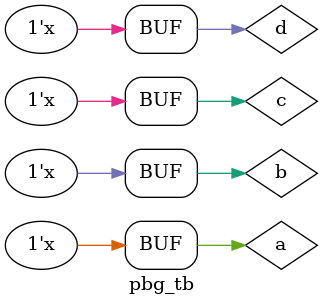
<source format=v>
`timescale 1ns / 1ps


module pbg_tb;
reg a,b,c,d;
wire e;
pbg1 u_pbg1(
.a(a), .b(b), .c(c), .d(d), .e(e)
);
initial begin
    a=1'b0;
    b=1'b0;
    c=1'b0;
    d=1'b0;      
    
end

always @(a or b or c or d)begin
    a <= #80 ~a;
    b <= #40 ~b;
    c <= #20 ~c;
    d <= #10 ~d;   
 end
endmodule


</source>
